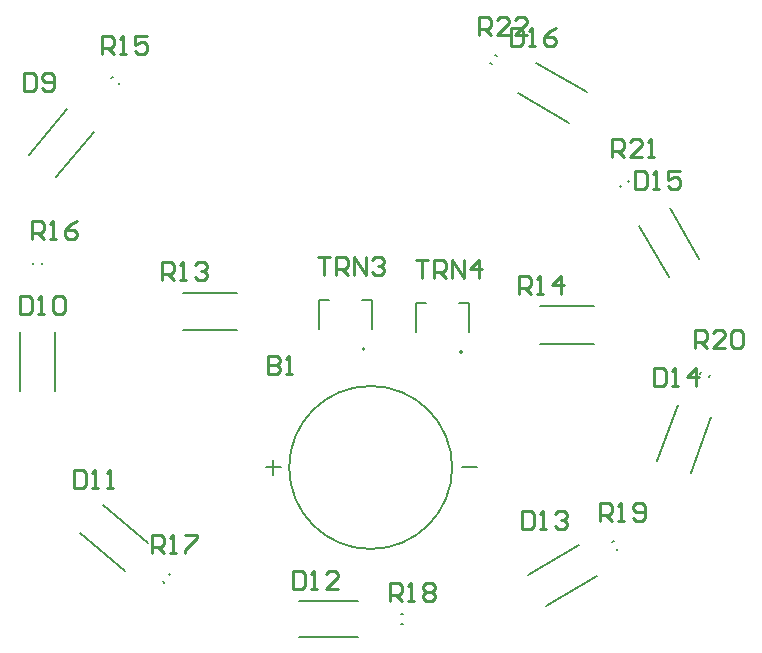
<source format=gto>
G04*
G04 #@! TF.GenerationSoftware,Altium Limited,Altium Designer,21.7.2 (23)*
G04*
G04 Layer_Color=65535*
%FSLAX25Y25*%
%MOIN*%
G70*
G04*
G04 #@! TF.SameCoordinates,14A67933-5EF9-4AFF-BA5B-A8FCC5FD6F51*
G04*
G04*
G04 #@! TF.FilePolarity,Positive*
G04*
G01*
G75*
%ADD10C,0.00787*%
%ADD11C,0.00500*%
%ADD12C,0.01000*%
D10*
X260988Y356476D02*
G03*
X260988Y356476I-394J0D01*
G01*
X293488Y355476D02*
G03*
X293488Y355476I-394J0D01*
G01*
D11*
X290165Y317000D02*
G03*
X290165Y317000I-27165J0D01*
G01*
X317952Y451945D02*
X334999Y442102D01*
X312046Y441716D02*
X329094Y431874D01*
X319524Y358201D02*
X337476D01*
X319524Y370799D02*
X337476D01*
X158197Y413664D02*
X170851Y428744D01*
X149150Y421256D02*
X161803Y436336D01*
X200433Y375299D02*
X218386D01*
X200433Y362701D02*
X218386D01*
X260012Y372921D02*
X263358D01*
Y363079D02*
Y372921D01*
X245642D02*
X248988D01*
X245642Y363079D02*
Y372921D01*
X292512Y371921D02*
X295858D01*
Y362079D02*
Y371921D01*
X278142D02*
X281488D01*
X278142Y362079D02*
Y371921D01*
X302940Y451794D02*
X303485Y451479D01*
X304515Y454521D02*
X305060Y454206D01*
X345979Y410985D02*
X346294Y410440D01*
X348706Y412560D02*
X349021Y412015D01*
X372912Y348243D02*
X373128Y348835D01*
X375872Y347165D02*
X376088Y347757D01*
X343440Y292206D02*
X343985Y292521D01*
X345015Y289479D02*
X345560Y289794D01*
X273185Y268075D02*
X273815D01*
X273185Y264925D02*
X273815D01*
X195771Y281409D02*
X196254Y281004D01*
X193746Y278996D02*
X194229Y278591D01*
X150425Y384685D02*
Y385315D01*
X153575Y384685D02*
Y385315D01*
X176591Y446771D02*
X176996Y447254D01*
X179004Y444746D02*
X179409Y445229D01*
X228000Y317000D02*
X233000D01*
X230500Y314500D02*
Y319500D01*
X293500Y317000D02*
X298500D01*
X362693Y403477D02*
X372536Y386429D01*
X352464Y397571D02*
X362307Y380523D01*
X369683Y315231D02*
X376416Y333729D01*
X358584Y319271D02*
X365317Y337769D01*
X321429Y270964D02*
X338477Y280807D01*
X315523Y281193D02*
X332571Y291036D01*
X239158Y260595D02*
X258842D01*
X239158Y272406D02*
X258842D01*
X166164Y295303D02*
X181244Y282649D01*
X173756Y304350D02*
X188836Y291697D01*
X157905Y342465D02*
Y362150D01*
X146095Y342465D02*
Y362150D01*
D12*
X278100Y386098D02*
X282099D01*
X280099D01*
Y380100D01*
X284098D02*
Y386098D01*
X287097D01*
X288097Y385098D01*
Y383099D01*
X287097Y382099D01*
X284098D01*
X286097D02*
X288097Y380100D01*
X290096D02*
Y386098D01*
X294095Y380100D01*
Y386098D01*
X299093Y380100D02*
Y386098D01*
X296094Y383099D01*
X300093D01*
X245600Y387098D02*
X249599D01*
X247599D01*
Y381100D01*
X251598D02*
Y387098D01*
X254597D01*
X255597Y386098D01*
Y384099D01*
X254597Y383099D01*
X251598D01*
X253597D02*
X255597Y381100D01*
X257596D02*
Y387098D01*
X261595Y381100D01*
Y387098D01*
X263594Y386098D02*
X264594Y387098D01*
X266593D01*
X267593Y386098D01*
Y385099D01*
X266593Y384099D01*
X265594D01*
X266593D01*
X267593Y383099D01*
Y382100D01*
X266593Y381100D01*
X264594D01*
X263594Y382100D01*
X299100Y461100D02*
Y467098D01*
X302099D01*
X303099Y466098D01*
Y464099D01*
X302099Y463099D01*
X299100D01*
X301099D02*
X303099Y461100D01*
X309097D02*
X305098D01*
X309097Y465099D01*
Y466098D01*
X308097Y467098D01*
X306098D01*
X305098Y466098D01*
X315095Y461100D02*
X311096D01*
X315095Y465099D01*
Y466098D01*
X314095Y467098D01*
X312096D01*
X311096Y466098D01*
X343400Y420400D02*
Y426398D01*
X346399D01*
X347399Y425398D01*
Y423399D01*
X346399Y422399D01*
X343400D01*
X345399D02*
X347399Y420400D01*
X353397D02*
X349398D01*
X353397Y424399D01*
Y425398D01*
X352397Y426398D01*
X350398D01*
X349398Y425398D01*
X355396Y420400D02*
X357396D01*
X356396D01*
Y426398D01*
X355396Y425398D01*
X371000Y356900D02*
Y362898D01*
X373999D01*
X374999Y361898D01*
Y359899D01*
X373999Y358899D01*
X371000D01*
X372999D02*
X374999Y356900D01*
X380997D02*
X376998D01*
X380997Y360899D01*
Y361898D01*
X379997Y362898D01*
X377998D01*
X376998Y361898D01*
X382996D02*
X383996Y362898D01*
X385995D01*
X386995Y361898D01*
Y357900D01*
X385995Y356900D01*
X383996D01*
X382996Y357900D01*
Y361898D01*
X339600Y299100D02*
Y305098D01*
X342599D01*
X343599Y304098D01*
Y302099D01*
X342599Y301099D01*
X339600D01*
X341599D02*
X343599Y299100D01*
X345598D02*
X347597D01*
X346598D01*
Y305098D01*
X345598Y304098D01*
X350596Y300100D02*
X351596Y299100D01*
X353595D01*
X354595Y300100D01*
Y304098D01*
X353595Y305098D01*
X351596D01*
X350596Y304098D01*
Y303099D01*
X351596Y302099D01*
X354595D01*
X269300Y272400D02*
Y278398D01*
X272299D01*
X273299Y277398D01*
Y275399D01*
X272299Y274399D01*
X269300D01*
X271299D02*
X273299Y272400D01*
X275298D02*
X277297D01*
X276298D01*
Y278398D01*
X275298Y277398D01*
X280296D02*
X281296Y278398D01*
X283295D01*
X284295Y277398D01*
Y276399D01*
X283295Y275399D01*
X284295Y274399D01*
Y273400D01*
X283295Y272400D01*
X281296D01*
X280296Y273400D01*
Y274399D01*
X281296Y275399D01*
X280296Y276399D01*
Y277398D01*
X281296Y275399D02*
X283295D01*
X190200Y288500D02*
Y294498D01*
X193199D01*
X194199Y293498D01*
Y291499D01*
X193199Y290499D01*
X190200D01*
X192199D02*
X194199Y288500D01*
X196198D02*
X198197D01*
X197198D01*
Y294498D01*
X196198Y293498D01*
X201196Y294498D02*
X205195D01*
Y293498D01*
X201196Y289500D01*
Y288500D01*
X150100Y393200D02*
Y399198D01*
X153099D01*
X154099Y398198D01*
Y396199D01*
X153099Y395199D01*
X150100D01*
X152099D02*
X154099Y393200D01*
X156098D02*
X158097D01*
X157098D01*
Y399198D01*
X156098Y398198D01*
X165095Y399198D02*
X163096Y398198D01*
X161096Y396199D01*
Y394200D01*
X162096Y393200D01*
X164095D01*
X165095Y394200D01*
Y395199D01*
X164095Y396199D01*
X161096D01*
X173500Y454800D02*
Y460798D01*
X176499D01*
X177499Y459798D01*
Y457799D01*
X176499Y456799D01*
X173500D01*
X175499D02*
X177499Y454800D01*
X179498D02*
X181497D01*
X180498D01*
Y460798D01*
X179498Y459798D01*
X188495Y460798D02*
X184496D01*
Y457799D01*
X186496Y458799D01*
X187496D01*
X188495Y457799D01*
Y455800D01*
X187496Y454800D01*
X185496D01*
X184496Y455800D01*
X312500Y374900D02*
Y380898D01*
X315499D01*
X316499Y379898D01*
Y377899D01*
X315499Y376899D01*
X312500D01*
X314499D02*
X316499Y374900D01*
X318498D02*
X320497D01*
X319498D01*
Y380898D01*
X318498Y379898D01*
X326496Y374900D02*
Y380898D01*
X323496Y377899D01*
X327495D01*
X193400Y379400D02*
Y385398D01*
X196399D01*
X197399Y384398D01*
Y382399D01*
X196399Y381399D01*
X193400D01*
X195399D02*
X197399Y379400D01*
X199398D02*
X201397D01*
X200398D01*
Y385398D01*
X199398Y384398D01*
X204396D02*
X205396Y385398D01*
X207396D01*
X208395Y384398D01*
Y383399D01*
X207396Y382399D01*
X206396D01*
X207396D01*
X208395Y381399D01*
Y380400D01*
X207396Y379400D01*
X205396D01*
X204396Y380400D01*
X309900Y463398D02*
Y457400D01*
X312899D01*
X313899Y458400D01*
Y462398D01*
X312899Y463398D01*
X309900D01*
X315898Y457400D02*
X317897D01*
X316898D01*
Y463398D01*
X315898Y462398D01*
X324895Y463398D02*
X322896Y462398D01*
X320896Y460399D01*
Y458400D01*
X321896Y457400D01*
X323896D01*
X324895Y458400D01*
Y459399D01*
X323896Y460399D01*
X320896D01*
X351000Y415698D02*
Y409700D01*
X353999D01*
X354999Y410700D01*
Y414698D01*
X353999Y415698D01*
X351000D01*
X356998Y409700D02*
X358997D01*
X357998D01*
Y415698D01*
X356998Y414698D01*
X365995Y415698D02*
X361996D01*
Y412699D01*
X363996Y413699D01*
X364996D01*
X365995Y412699D01*
Y410700D01*
X364996Y409700D01*
X362996D01*
X361996Y410700D01*
X357500Y349998D02*
Y344000D01*
X360499D01*
X361499Y345000D01*
Y348998D01*
X360499Y349998D01*
X357500D01*
X363498Y344000D02*
X365497D01*
X364498D01*
Y349998D01*
X363498Y348998D01*
X371496Y344000D02*
Y349998D01*
X368496Y346999D01*
X372495D01*
X313300Y302498D02*
Y296500D01*
X316299D01*
X317299Y297500D01*
Y301498D01*
X316299Y302498D01*
X313300D01*
X319298Y296500D02*
X321297D01*
X320298D01*
Y302498D01*
X319298Y301498D01*
X324296D02*
X325296Y302498D01*
X327295D01*
X328295Y301498D01*
Y300499D01*
X327295Y299499D01*
X326296D01*
X327295D01*
X328295Y298499D01*
Y297500D01*
X327295Y296500D01*
X325296D01*
X324296Y297500D01*
X237100Y282498D02*
Y276500D01*
X240099D01*
X241099Y277500D01*
Y281498D01*
X240099Y282498D01*
X237100D01*
X243098Y276500D02*
X245097D01*
X244098D01*
Y282498D01*
X243098Y281498D01*
X252095Y276500D02*
X248096D01*
X252095Y280499D01*
Y281498D01*
X251096Y282498D01*
X249096D01*
X248096Y281498D01*
X164100Y316098D02*
Y310100D01*
X167099D01*
X168099Y311100D01*
Y315098D01*
X167099Y316098D01*
X164100D01*
X170098Y310100D02*
X172097D01*
X171098D01*
Y316098D01*
X170098Y315098D01*
X175096Y310100D02*
X177096D01*
X176096D01*
Y316098D01*
X175096Y315098D01*
X146000Y374198D02*
Y368200D01*
X148999D01*
X149999Y369200D01*
Y373198D01*
X148999Y374198D01*
X146000D01*
X151998Y368200D02*
X153997D01*
X152998D01*
Y374198D01*
X151998Y373198D01*
X156996D02*
X157996Y374198D01*
X159995D01*
X160995Y373198D01*
Y369200D01*
X159995Y368200D01*
X157996D01*
X156996Y369200D01*
Y373198D01*
X147400Y448398D02*
Y442400D01*
X150399D01*
X151399Y443400D01*
Y447398D01*
X150399Y448398D01*
X147400D01*
X153398Y443400D02*
X154398Y442400D01*
X156397D01*
X157397Y443400D01*
Y447398D01*
X156397Y448398D01*
X154398D01*
X153398Y447398D01*
Y446399D01*
X154398Y445399D01*
X157397D01*
X228800Y354198D02*
Y348200D01*
X231799D01*
X232799Y349200D01*
Y350199D01*
X231799Y351199D01*
X228800D01*
X231799D01*
X232799Y352199D01*
Y353198D01*
X231799Y354198D01*
X228800D01*
X234798Y348200D02*
X236797D01*
X235798D01*
Y354198D01*
X234798Y353198D01*
M02*

</source>
